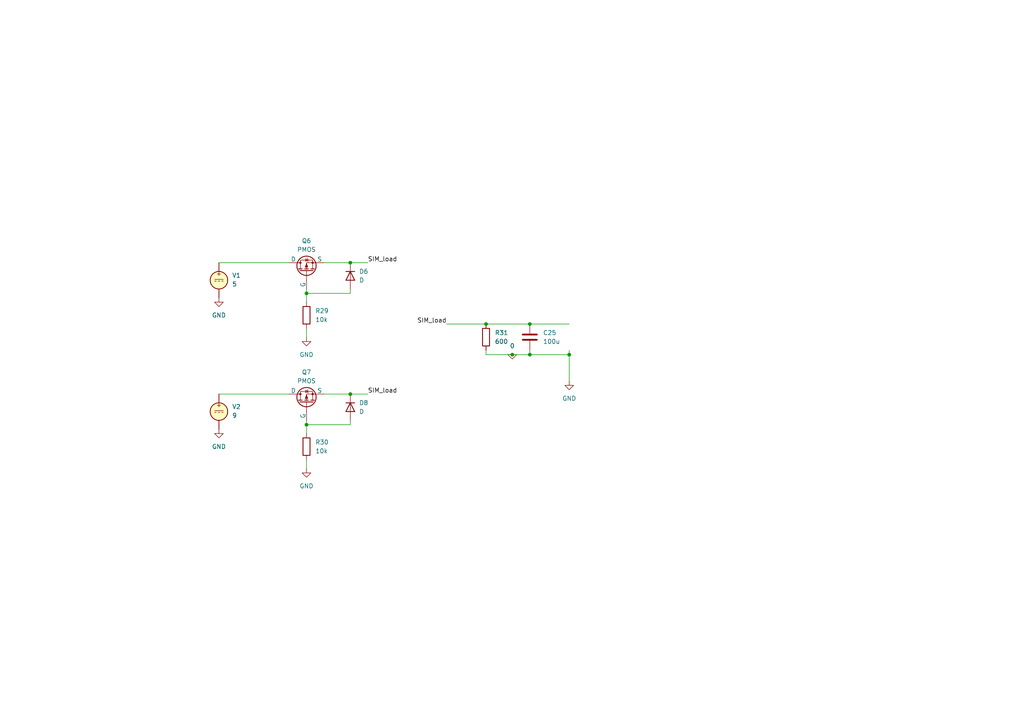
<source format=kicad_sch>
(kicad_sch (version 20230121) (generator eeschema)
  (paper "A4")
  (lib_symbols
    (symbol "Device:C" (pin_numbers hide) (pin_names (offset 0.254))
      (property "Reference" "C" (at 0.635 2.54 0))
      (property "Value" "C" (at 0.635 -2.54 0))
      (symbol "C_0_1"
        (polyline (pts (xy -2.032 -0.762) (xy 2.032 -0.762)) (stroke (width 0.508)))
        (polyline (pts (xy -2.032 0.762) (xy 2.032 0.762)) (stroke (width 0.508)))
      )
      (symbol "C_1_1"
        (pin passive line (at 0 3.81 270) (length 2.794) (name "~") (number "1"))
        (pin passive line (at 0 -3.81 90) (length 2.794) (name "~") (number "2"))
      )
    )
    (symbol "Device:D" (pin_numbers hide) (pin_names (offset 1.016) hide)
      (property "Reference" "D" (at 0 2.54 0))
      (property "Value" "D" (at 0 -2.54 0))
      (symbol "D_0_1"
        (polyline (pts (xy -1.27 1.27) (xy -1.27 -1.27)) (stroke (width 0.254)))
        (polyline (pts (xy 1.27 0) (xy -1.27 0)))
        (polyline (pts (xy 1.27 1.27) (xy 1.27 -1.27) (xy -1.27 0) (xy 1.27 1.27)) (stroke (width 0.254)))
      )
      (symbol "D_1_1"
        (pin passive line (at -3.81 0 0) (length 2.54) (name "K") (number "1"))
        (pin passive line (at 3.81 0 180) (length 2.54) (name "A") (number "2"))
      )
    )
    (symbol "Device:R" (pin_numbers hide) (pin_names (offset 0))
      (property "Reference" "R" (at 2.032 0 90))
      (property "Value" "R" (at 0 0 90))
      (symbol "R_0_1"
        (rectangle (start -1.016 -2.54) (end 1.016 2.54) (stroke (width 0.254)))
      )
      (symbol "R_1_1"
        (pin passive line (at 0 3.81 270) (length 1.27) (name "~") (number "1"))
        (pin passive line (at 0 -3.81 90) (length 1.27) (name "~") (number "2"))
      )
    )
    (symbol "Simulation_SPICE:0" (power) (pin_names (offset 0))
      (property "Value" "0" (at 0 -1.778 0))
      (symbol "0_0_1"
        (polyline (pts (xy -1.27 0) (xy 0 -1.27) (xy 1.27 0) (xy -1.27 0)))
      )
      (symbol "0_1_1"
        (pin power_in line (at 0 0 0) (length 0) hide (name "0") (number "1"))
      )
    )
    (symbol "Simulation_SPICE:PMOS" (pin_numbers hide) (pin_names (offset 0))
      (property "Reference" "Q" (at 5.08 1.27 0))
      (property "Value" "PMOS" (at 5.08 -1.27 0))
      (symbol "PMOS_0_1"
        (polyline (pts (xy 0.254 0) (xy -2.54 0)))
        (polyline (pts (xy 0.254 1.905) (xy 0.254 -1.905)) (stroke (width 0.254)))
        (polyline (pts (xy 0.762 -1.27) (xy 0.762 -2.286)) (stroke (width 0.254)))
        (polyline (pts (xy 0.762 0.508) (xy 0.762 -0.508)) (stroke (width 0.254)))
        (polyline (pts (xy 0.762 2.286) (xy 0.762 1.27)) (stroke (width 0.254)))
        (polyline (pts (xy 2.54 2.54) (xy 2.54 1.778)))
        (polyline (pts (xy 2.54 -2.54) (xy 2.54 0) (xy 0.762 0)))
        (polyline (pts (xy 0.762 1.778) (xy 3.302 1.778) (xy 3.302 -1.778) (xy 0.762 -1.778)))
        (polyline (pts (xy 2.286 0) (xy 1.27 0.381) (xy 1.27 -0.381) (xy 2.286 0)) (fill (type outline)))
        (polyline (pts (xy 2.794 -0.508) (xy 2.921 -0.381) (xy 3.683 -0.381) (xy 3.81 -0.254)))
        (polyline (pts (xy 3.302 -0.381) (xy 2.921 0.254) (xy 3.683 0.254) (xy 3.302 -0.381)))
        (circle (center 1.651 0) (radius 2.794) (stroke (width 0.254)))
        (circle (center 2.54 -1.778) (radius 0.254) (fill (type outline)))
        (circle (center 2.54 1.778) (radius 0.254) (fill (type outline)))
      )
      (symbol "PMOS_1_1"
        (pin passive line (at 2.54 5.08 270) (length 2.54) (name "D") (number "1"))
        (pin input line (at -5.08 0 0) (length 2.54) (name "G") (number "2"))
        (pin passive line (at 2.54 -5.08 90) (length 2.54) (name "S") (number "3"))
      )
    )
    (symbol "Simulation_SPICE:VDC" (pin_numbers hide) (pin_names (offset 0.0254))
      (property "Reference" "V" (at 2.54 2.54 0))
      (property "Value" "1" (at 2.54 0 0))
      (symbol "VDC_0_0"
        (polyline (pts (xy -1.27 0.254) (xy 1.27 0.254)))
        (polyline (pts (xy -0.762 -0.254) (xy -1.27 -0.254)))
        (polyline (pts (xy 0.254 -0.254) (xy -0.254 -0.254)))
        (polyline (pts (xy 1.27 -0.254) (xy 0.762 -0.254)))
        (text "+" (at 0 1.905 0) (effects (font (size 1.27 1.27))))
      )
      (symbol "VDC_0_1"
        (circle (center 0 0) (radius 2.54) (stroke (width 0.254)) (fill (type background)))
      )
      (symbol "VDC_1_1"
        (pin passive line (at 0 5.08 270) (length 2.54) (name "~") (number "1"))
        (pin passive line (at 0 -5.08 90) (length 2.54) (name "~") (number "2"))
      )
    )
    (symbol "power:GND" (power) (pin_names (offset 0))
      (property "Value" "GND" (at 0 -3.81 0))
      (symbol "GND_0_1"
        (polyline (pts (xy 0 0) (xy 0 -1.27) (xy 1.27 -1.27) (xy 0 -2.54) (xy -1.27 -1.27) (xy 0 -1.27)))
      )
      (symbol "GND_1_1"
        (pin power_in line (at 0 0 270) (length 0) hide (name "GND") (number "1"))
      )
    )
  )
  (junction (at 165.1 102.87))
  (junction (at 153.67 93.98))
  (junction (at 88.9 85.09))
  (junction (at 88.9 123.19))
  (junction (at 148.59 102.87))
  (junction (at 101.6 76.2))
  (junction (at 140.97 93.98))
  (junction (at 101.6 114.3))
  (junction (at 153.67 102.87))
  (wire (pts (xy 101.6 121.92) (xy 101.6 123.19)))
  (wire (pts (xy 88.9 83.82) (xy 88.9 85.09)))
  (wire (pts (xy 153.67 102.87) (xy 148.59 102.87)))
  (wire (pts (xy 88.9 85.09) (xy 88.9 87.63)))
  (wire (pts (xy 140.97 93.98) (xy 153.67 93.98)))
  (wire (pts (xy 165.1 102.87) (xy 153.67 102.87)))
  (wire (pts (xy 101.6 83.82) (xy 101.6 85.09)))
  (wire (pts (xy 153.67 93.98) (xy 165.1 93.98)))
  (wire (pts (xy 165.1 102.87) (xy 165.1 110.49)))
  (wire (pts (xy 165.1 101.6) (xy 165.1 102.87)))
  (wire (pts (xy 88.9 95.25) (xy 88.9 97.79)))
  (wire (pts (xy 63.5 76.2) (xy 83.82 76.2)))
  (wire (pts (xy 88.9 121.92) (xy 88.9 123.19)))
  (wire (pts (xy 153.67 101.6) (xy 153.67 102.87)))
  (wire (pts (xy 88.9 123.19) (xy 88.9 125.73)))
  (wire (pts (xy 93.98 114.3) (xy 101.6 114.3)))
  (wire (pts (xy 93.98 76.2) (xy 101.6 76.2)))
  (wire (pts (xy 148.59 102.87) (xy 140.97 102.87)))
  (wire (pts (xy 140.97 101.6) (xy 140.97 102.87)))
  (wire (pts (xy 129.54 93.98) (xy 140.97 93.98)))
  (wire (pts (xy 63.5 114.3) (xy 83.82 114.3)))
  (wire (pts (xy 101.6 123.19) (xy 88.9 123.19)))
  (wire (pts (xy 101.6 114.3) (xy 106.68 114.3)))
  (wire (pts (xy 88.9 133.35) (xy 88.9 135.89)))
  (wire (pts (xy 101.6 85.09) (xy 88.9 85.09)))
  (wire (pts (xy 101.6 76.2) (xy 106.68 76.2)))
  (label "SIM_load" (at 129.54 93.98 180))
  (label "SIM_load" (at 106.68 76.2 0))
  (label "SIM_load" (at 106.68 114.3 0))
  (symbol (lib_id "power:GND") (at 63.5 86.36 0) (unit 1)
    (property "Reference" "#PWR059" (effects hide))
    (property "Value" "GND" (at 63.5 91.44 0))
  )
  (symbol (lib_id "Device:R") (at 88.9 129.54 0) (unit 1) (in_bom no) (on_board no)
    (property "Reference" "R30" (at 91.44 128.27 0) (effects (justify left)))
    (property "Value" "10k" (at 91.44 130.81 0) (effects (justify left)))
    (property "Cost" "0" (effects hide))
    (property "Sim.Enable" "0" (effects hide))
  )
  (symbol (lib_id "Device:D") (at 101.6 80.01 270) (unit 1) (in_bom no) (on_board no)
    (property "Reference" "D6" (at 104.14 78.74 90) (effects (justify left)))
    (property "Value" "D" (at 104.14 81.28 90) (effects (justify left)))
    (property "Sim.Device" "D" (effects hide))
    (property "Sim.Pins" "1=K 2=A" (effects hide))
    (property "Cost" "1" (effects hide))
    (property "Sim.Enable" "1" (effects hide))
  )
  (symbol (lib_id "Simulation_SPICE:0") (at 148.59 102.87 0) (unit 1)
    (property "Reference" "#GND01" (effects hide))
    (property "Value" "0" (at 148.59 100.33 0))
  )
  (symbol (lib_id "Simulation_SPICE:VDC") (at 63.5 119.38 0) (unit 1)
    (property "Reference" "V2" (at 67.31 117.9802 0) (effects (justify left)))
    (property "Value" "9" (at 67.31 120.5202 0) (effects (justify left)))
    (property "Sim.Pins" "1=+ 2=-" (effects hide))
    (property "Sim.Type" "DC" (effects hide))
    (property "Sim.Device" "V" (effects hide))
    (property "Sim.Enable" "1" (effects hide))
  )
  (symbol (lib_id "Device:C") (at 153.67 97.79 0) (unit 1)
    (property "Reference" "C25" (at 157.48 96.52 0) (effects (justify left)))
    (property "Value" "100u" (at 157.48 99.06 0) (effects (justify left)))
    (property "Cost" "1" (effects hide))
    (property "Sim.Enable" "1" (effects hide))
  )
  (symbol (lib_id "Device:R") (at 140.97 97.79 0) (unit 1)
    (property "Reference" "R31" (at 143.51 96.52 0) (effects (justify left)))
    (property "Value" "600" (at 143.51 99.06 0) (effects (justify left)))
    (property "Cost" "1" (effects hide))
    (property "Sim.Enable" "1" (effects hide))
  )
  (symbol (lib_id "power:GND") (at 165.1 110.49 0) (unit 1)
    (property "Reference" "#PWR061" (effects hide))
    (property "Value" "GND" (at 165.1 115.57 0))
  )
  (symbol (lib_id "Simulation_SPICE:PMOS") (at 88.9 116.84 90) (unit 1) (in_bom no) (on_board no)
    (property "Reference" "Q7" (at 88.9 107.95 90))
    (property "Value" "PMOS" (at 88.9 110.49 90))
    (property "Datasheet" "https://ngspice.sourceforge.io/docs/ngspice-manual.pdf" (effects hide))
    (property "Sim.Device" "PMOS" (effects hide))
    (property "Sim.Type" "VDMOS" (effects hide))
    (property "Sim.Pins" "1=D 2=G 3=S" (effects hide))
    (property "Sim.Enable" "1" (effects hide))
  )
  (symbol (lib_id "Device:R") (at 88.9 91.44 0) (unit 1) (in_bom no) (on_board no)
    (property "Reference" "R29" (at 91.44 90.17 0) (effects (justify left)))
    (property "Value" "10k" (at 91.44 92.71 0) (effects (justify left)))
    (property "Cost" "0" (effects hide))
    (property "Sim.Enable" "0" (effects hide))
  )
  (symbol (lib_id "power:GND") (at 88.9 97.79 0) (unit 1)
    (property "Reference" "#PWR057" (effects hide))
    (property "Value" "GND" (at 88.9 102.87 0))
  )
  (symbol (lib_id "power:GND") (at 63.5 124.46 0) (unit 1)
    (property "Reference" "#PWR060" (effects hide))
    (property "Value" "GND" (at 63.5 129.54 0))
  )
  (symbol (lib_id "Device:D") (at 101.6 118.11 270) (unit 1) (in_bom no) (on_board no)
    (property "Reference" "D8" (at 104.14 116.84 90) (effects (justify left)))
    (property "Value" "D" (at 104.14 119.38 90) (effects (justify left)))
    (property "Sim.Device" "D" (effects hide))
    (property "Sim.Pins" "1=K 2=A" (effects hide))
    (property "Cost" "1" (effects hide))
    (property "Sim.Enable" "1" (effects hide))
  )
  (symbol (lib_id "power:GND") (at 88.9 135.89 0) (unit 1)
    (property "Reference" "#PWR058" (effects hide))
    (property "Value" "GND" (at 88.9 140.97 0))
  )
  (symbol (lib_id "Simulation_SPICE:VDC") (at 63.5 81.28 0) (unit 1)
    (property "Reference" "V1" (at 67.31 79.8802 0) (effects (justify left)))
    (property "Value" "5" (at 67.31 82.4202 0) (effects (justify left)))
    (property "Sim.Pins" "1=+ 2=-" (effects hide))
    (property "Sim.Type" "DC" (effects hide))
    (property "Sim.Device" "V" (effects hide))
    (property "Sim.Enable" "1" (effects hide))
  )
  (symbol (lib_id "Simulation_SPICE:PMOS") (at 88.9 78.74 90) (unit 1) (in_bom no) (on_board no)
    (property "Reference" "Q6" (at 88.9 69.85 90))
    (property "Value" "PMOS" (at 88.9 72.39 90))
    (property "Datasheet" "https://ngspice.sourceforge.io/docs/ngspice-manual.pdf" (effects hide))
    (property "Sim.Device" "PMOS" (effects hide))
    (property "Sim.Type" "VDMOS" (effects hide))
    (property "Sim.Pins" "1=D 2=G 3=S" (effects hide))
    (property "Sim.Enable" "1" (effects hide))
  )
)
</source>
